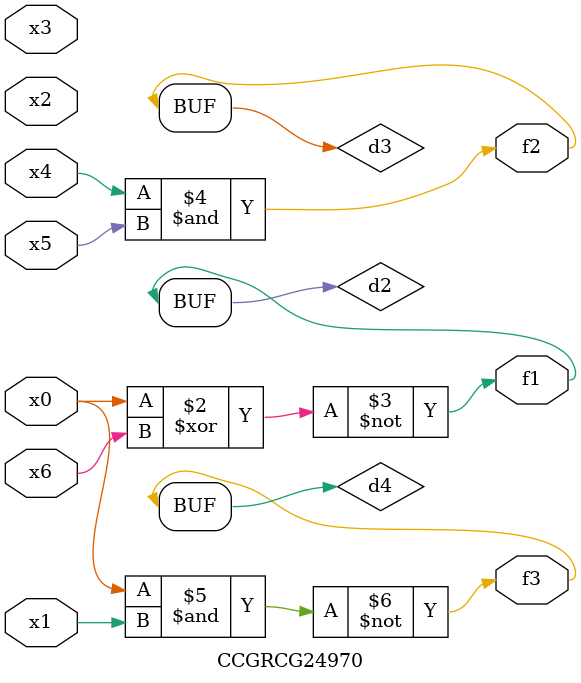
<source format=v>
module CCGRCG24970(
	input x0, x1, x2, x3, x4, x5, x6,
	output f1, f2, f3
);

	wire d1, d2, d3, d4;

	nor (d1, x0);
	xnor (d2, x0, x6);
	and (d3, x4, x5);
	nand (d4, x0, x1);
	assign f1 = d2;
	assign f2 = d3;
	assign f3 = d4;
endmodule

</source>
